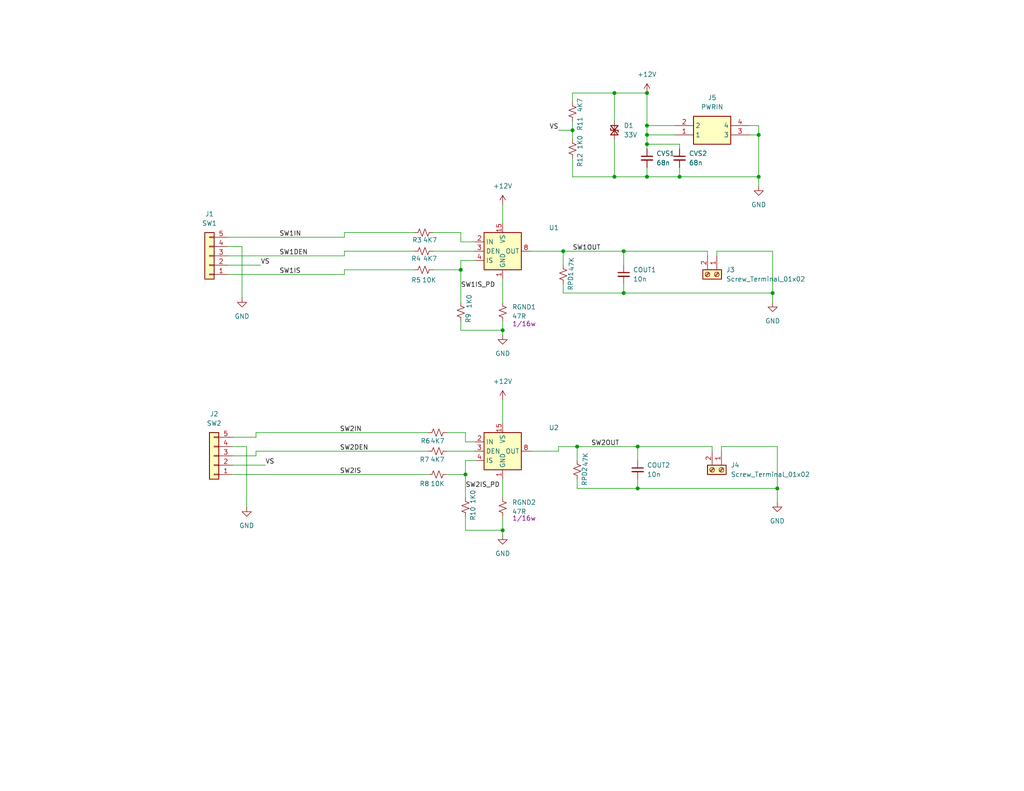
<source format=kicad_sch>
(kicad_sch (version 20250114) (generator "eeschema") (generator_version "9.0")
  (paper "USLetter")
  (title_block (title "Dual 10a Smart Switch") (date "2026-01-15") (company "Gordon McLellan"))
  (lib_symbols
    (symbol "Connector:Screw_Terminal_01x02" (pin_names (offset 1.016) (hide yes))
      (property "Reference" "J" (at 0 2.54 0))
      (property "Value" "Screw_Terminal_01x02" (at 0 -5.08 0))
      (symbol "Screw_Terminal_01x02_1_1"
        (rectangle (start -1.27 1.27) (end 1.27 -3.81) (stroke (width 0.254)) (fill (type background)))
        (polyline (pts (xy -0.5334 0.3302) (xy 0.3302 -0.508)) (stroke (width 0.1524)))
        (polyline (pts (xy -0.5334 -2.2098) (xy 0.3302 -3.048)) (stroke (width 0.1524)))
        (polyline (pts (xy -0.3556 0.508) (xy 0.508 -0.3302)) (stroke (width 0.1524)))
        (polyline (pts (xy -0.3556 -2.032) (xy 0.508 -2.8702)) (stroke (width 0.1524)))
        (circle (center 0 0) (radius 0.635) (stroke (width 0.1524)))
        (circle (center 0 -2.54) (radius 0.635) (stroke (width 0.1524)))
        (pin passive line (at -5.08 0 0) (length 3.81) (name "Pin_1") (number "1"))
        (pin passive line (at -5.08 -2.54 0) (length 3.81) (name "Pin_2") (number "2"))
      )
    )
    (symbol "Connector_Generic:Conn_01x05" (pin_names (offset 1.016) (hide yes))
      (property "Reference" "J" (at 0 7.62 0))
      (property "Value" "Conn_01x05" (at 0 -7.62 0))
      (symbol "Conn_01x05_1_1"
        (rectangle (start -1.27 6.35) (end 1.27 -6.35) (stroke (width 0.254)) (fill (type background)))
        (rectangle (start -1.27 5.207) (end 0 4.953) (stroke (width 0.1524)))
        (rectangle (start -1.27 2.667) (end 0 2.413) (stroke (width 0.1524)))
        (rectangle (start -1.27 0.127) (end 0 -0.127) (stroke (width 0.1524)))
        (rectangle (start -1.27 -2.413) (end 0 -2.667) (stroke (width 0.1524)))
        (rectangle (start -1.27 -4.953) (end 0 -5.207) (stroke (width 0.1524)))
        (pin passive line (at -5.08 5.08 0) (length 3.81) (name "Pin_1") (number "1"))
        (pin passive line (at -5.08 2.54 0) (length 3.81) (name "Pin_2") (number "2"))
        (pin passive line (at -5.08 0 0) (length 3.81) (name "Pin_3") (number "3"))
        (pin passive line (at -5.08 -2.54 0) (length 3.81) (name "Pin_4") (number "4"))
        (pin passive line (at -5.08 -5.08 0) (length 3.81) (name "Pin_5") (number "5"))
      )
    )
    (symbol "Device:C_Small" (pin_numbers (hide yes)) (pin_names (offset 0.254) (hide yes))
      (property "Reference" "C" (at 0.254 1.778 0))
      (property "Value" "C_Small" (at 0.254 -2.032 0))
      (symbol "C_Small_0_1"
        (polyline (pts (xy -1.524 0.508) (xy 1.524 0.508)) (stroke (width 0.3048)))
        (polyline (pts (xy -1.524 -0.508) (xy 1.524 -0.508)) (stroke (width 0.3302)))
      )
      (symbol "C_Small_1_1"
        (pin passive line (at 0 2.54 270) (length 2.032) (name "~") (number "1"))
        (pin passive line (at 0 -2.54 90) (length 2.032) (name "~") (number "2"))
      )
    )
    (symbol "Device:D_TVS_Small" (pin_numbers (hide yes)) (pin_names (offset 1.016) (hide yes))
      (property "Reference" "D" (at 0 2.54 0))
      (property "Value" "D_TVS_Small" (at 0 -2.54 0))
      (symbol "D_TVS_Small_0_1"
        (polyline (pts (xy -1.27 1.016) (xy -1.27 -1.016) (xy 1.27 1.016) (xy 1.27 -1.016) (xy -1.27 1.016)) (stroke (width 0.254)))
        (polyline (pts (xy -1.27 0) (xy 1.27 0)))
        (polyline (pts (xy 0.508 1.016) (xy 0 1.016) (xy 0 -1.016) (xy -0.508 -1.016)) (stroke (width 0.254)))
      )
      (symbol "D_TVS_Small_1_1"
        (pin passive line (at -2.54 0 0) (length 1.27) (name "A1") (number "1"))
        (pin passive line (at 2.54 0 180) (length 1.27) (name "A2") (number "2"))
      )
    )
    (symbol "Device:R_Small_US" (pin_numbers (hide yes)) (pin_names (offset 0.254) (hide yes))
      (property "Reference" "R" (at 0.762 0.508 0))
      (property "Value" "R_Small_US" (at 0.762 -1.016 0))
      (symbol "R_Small_US_1_1"
        (polyline (pts (xy 0 1.524) (xy 1.016 1.143) (xy 0 0.762) (xy -1.016 0.381) (xy 0 0)))
        (polyline (pts (xy 0 0) (xy 1.016 -0.381) (xy 0 -0.762) (xy -1.016 -1.143) (xy 0 -1.524)))
        (pin passive line (at 0 2.54 270) (length 1.016) (name "~") (number "1"))
        (pin passive line (at 0 -2.54 90) (length 1.016) (name "~") (number "2"))
      )
    )
    (symbol "Power_Management:BTS7004-1EPP"
      (property "Reference" "U" (at -3.81 6.35 0))
      (property "Value" "BTS7004-1EPP" (at 7.62 6.35 0))
      (symbol "BTS7004-1EPP_0_1"
        (rectangle (start -5.08 5.08) (end 5.08 -5.08) (stroke (width 0.254)) (fill (type background)))
      )
      (symbol "BTS7004-1EPP_1_1"
        (pin input line (at -7.62 2.54 0) (length 2.54) (name "IN") (number "2"))
        (pin input line (at -7.62 0 0) (length 2.54) (name "DEN") (number "3"))
        (pin output line (at -7.62 -2.54 0) (length 2.54) (name "IS") (number "4"))
        (pin power_in line (at 0 7.62 270) (length 2.54) (name "VS") (number "15"))
        (pin power_in line (at 0 -7.62 90) (length 2.54) (name "GND") (number "1"))
        (pin no_connect line (at 5.08 5.08 180) (length 2.54) (hide yes) (name "NC") (number "5"))
        (pin no_connect line (at 5.08 2.54 180) (length 2.54) (hide yes) (name "NC") (number "6"))
        (pin no_connect line (at 5.08 -2.54 180) (length 2.54) (hide yes) (name "NC") (number "7"))
        (pin no_connect line (at 5.08 -5.08 180) (length 2.54) (hide yes) (name "NC") (number "11"))
        (pin passive line (at 7.62 0 180) (length 2.54) (hide yes) (name "OUT") (number "10"))
        (pin passive line (at 7.62 0 180) (length 2.54) (hide yes) (name "OUT") (number "12"))
        (pin passive line (at 7.62 0 180) (length 2.54) (hide yes) (name "OUT") (number "13"))
        (pin passive line (at 7.62 0 180) (length 2.54) (hide yes) (name "OUT") (number "14"))
        (pin power_out line (at 7.62 0 180) (length 2.54) (name "OUT") (number "8"))
        (pin passive line (at 7.62 0 180) (length 2.54) (hide yes) (name "OUT") (number "9"))
      )
    )
    (symbol "SamacSys_Parts:VP0265840000G"
      (property "Reference" "J" (at 16.51 7.62 0))
      (property "Value" "VP0265840000G" (at 16.51 5.08 0))
      (symbol "VP0265840000G_1_1"
        (rectangle (start 5.08 2.54) (end 15.24 -5.08) (stroke (width 0.254)) (fill (type background)))
        (pin passive line (at 0 0 0) (length 5.08) (name "2") (number "2"))
        (pin passive line (at 0 -2.54 0) (length 5.08) (name "1") (number "1"))
        (pin passive line (at 20.32 0 180) (length 5.08) (name "4") (number "4"))
        (pin passive line (at 20.32 -2.54 180) (length 5.08) (name "3") (number "3"))
      )
    )
    (symbol "power:+12V" (power) (pin_numbers (hide yes)) (pin_names (offset 0) (hide yes))
      (property "Value" "+12V" (at 0 3.556 0))
      (symbol "+12V_0_1"
        (polyline (pts (xy -0.762 1.27) (xy 0 2.54)))
        (polyline (pts (xy 0 2.54) (xy 0.762 1.27)))
        (polyline (pts (xy 0 0) (xy 0 2.54)))
      )
      (symbol "+12V_1_1"
        (pin power_in line (at 0 0 90) (length 0) (name "~") (number "1"))
      )
    )
    (symbol "power:GND" (power) (pin_numbers (hide yes)) (pin_names (offset 0) (hide yes))
      (property "Value" "GND" (at 0 -3.81 0))
      (symbol "GND_0_1"
        (polyline (pts (xy 0 0) (xy 0 -1.27) (xy 1.27 -1.27) (xy 0 -2.54) (xy -1.27 -1.27) (xy 0 -1.27)))
      )
      (symbol "GND_1_1"
        (pin power_in line (at 0 0 270) (length 0) (name "~") (number "1"))
      )
    )
  )
  (junction (at 153.67 68.58))
  (junction (at 176.53 39.37))
  (junction (at 176.53 25.4))
  (junction (at 127 129.54))
  (junction (at 137.16 90.17))
  (junction (at 173.99 121.92))
  (junction (at 207.01 48.26))
  (junction (at 137.16 144.78))
  (junction (at 157.48 121.92))
  (junction (at 210.82 80.01))
  (junction (at 207.01 36.83))
  (junction (at 170.18 80.01))
  (junction (at 176.53 34.29))
  (junction (at 167.64 25.4))
  (junction (at 185.42 48.26))
  (junction (at 156.21 35.56))
  (junction (at 176.53 36.83))
  (junction (at 125.73 73.66))
  (junction (at 170.18 68.58))
  (junction (at 167.64 48.26))
  (junction (at 176.53 48.26))
  (junction (at 212.09 133.35))
  (junction (at 173.99 133.35))
  (wire (pts (xy 212.09 133.35) (xy 212.09 137.16)))
  (wire (pts (xy 127 140.97) (xy 127 144.78)))
  (wire (pts (xy 118.11 68.58) (xy 129.54 68.58)))
  (wire (pts (xy 62.23 67.31) (xy 66.04 67.31)))
  (wire (pts (xy 204.47 36.83) (xy 207.01 36.83)))
  (wire (pts (xy 157.48 121.92) (xy 152.4 121.92)))
  (wire (pts (xy 156.21 25.4) (xy 167.64 25.4)))
  (wire (pts (xy 69.85 119.38) (xy 63.5 119.38)))
  (wire (pts (xy 194.31 121.92) (xy 194.31 123.19)))
  (wire (pts (xy 125.73 71.12) (xy 129.54 71.12)))
  (wire (pts (xy 137.16 76.2) (xy 137.16 82.55)))
  (wire (pts (xy 152.4 121.92) (xy 152.4 123.19)))
  (wire (pts (xy 93.98 73.66) (xy 93.98 74.93)))
  (wire (pts (xy 176.53 48.26) (xy 167.64 48.26)))
  (wire (pts (xy 170.18 77.47) (xy 170.18 80.01)))
  (wire (pts (xy 167.64 48.26) (xy 156.21 48.26)))
  (wire (pts (xy 167.64 25.4) (xy 176.53 25.4)))
  (wire (pts (xy 118.11 73.66) (xy 125.73 73.66)))
  (wire (pts (xy 185.42 40.64) (xy 185.42 39.37)))
  (wire (pts (xy 127 125.73) (xy 127 129.54)))
  (wire (pts (xy 185.42 48.26) (xy 207.01 48.26)))
  (wire (pts (xy 125.73 73.66) (xy 125.73 71.12)))
  (wire (pts (xy 127 118.11) (xy 127 120.65)))
  (wire (pts (xy 137.16 55.88) (xy 137.16 60.96)))
  (wire (pts (xy 176.53 25.4) (xy 176.53 34.29)))
  (wire (pts (xy 62.23 64.77) (xy 93.98 64.77)))
  (wire (pts (xy 156.21 27.94) (xy 156.21 25.4)))
  (wire (pts (xy 173.99 121.92) (xy 194.31 121.92)))
  (wire (pts (xy 176.53 34.29) (xy 184.15 34.29)))
  (wire (pts (xy 157.48 133.35) (xy 157.48 130.81)))
  (wire (pts (xy 195.58 69.85) (xy 195.58 68.58)))
  (wire (pts (xy 113.03 73.66) (xy 93.98 73.66)))
  (wire (pts (xy 212.09 121.92) (xy 196.85 121.92)))
  (wire (pts (xy 63.5 127) (xy 72.39 127)))
  (wire (pts (xy 167.64 25.4) (xy 167.64 33.02)))
  (wire (pts (xy 173.99 133.35) (xy 212.09 133.35)))
  (wire (pts (xy 69.85 118.11) (xy 69.85 119.38)))
  (wire (pts (xy 176.53 34.29) (xy 176.53 36.83)))
  (wire (pts (xy 116.84 118.11) (xy 69.85 118.11)))
  (wire (pts (xy 125.73 87.63) (xy 125.73 90.17)))
  (wire (pts (xy 153.67 80.01) (xy 170.18 80.01)))
  (wire (pts (xy 156.21 35.56) (xy 156.21 38.1)))
  (wire (pts (xy 137.16 90.17) (xy 137.16 91.44)))
  (wire (pts (xy 176.53 45.72) (xy 176.53 48.26)))
  (wire (pts (xy 193.04 68.58) (xy 193.04 69.85)))
  (wire (pts (xy 176.53 36.83) (xy 184.15 36.83)))
  (wire (pts (xy 93.98 68.58) (xy 113.03 68.58)))
  (wire (pts (xy 93.98 74.93) (xy 62.23 74.93)))
  (wire (pts (xy 152.4 123.19) (xy 144.78 123.19)))
  (wire (pts (xy 62.23 69.85) (xy 93.98 69.85)))
  (wire (pts (xy 173.99 121.92) (xy 157.48 121.92)))
  (wire (pts (xy 137.16 87.63) (xy 137.16 90.17)))
  (wire (pts (xy 170.18 68.58) (xy 193.04 68.58)))
  (wire (pts (xy 137.16 140.97) (xy 137.16 144.78)))
  (wire (pts (xy 127 144.78) (xy 137.16 144.78)))
  (wire (pts (xy 173.99 130.81) (xy 173.99 133.35)))
  (wire (pts (xy 185.42 39.37) (xy 176.53 39.37)))
  (wire (pts (xy 137.16 130.81) (xy 137.16 135.89)))
  (wire (pts (xy 157.48 121.92) (xy 157.48 125.73)))
  (wire (pts (xy 176.53 36.83) (xy 176.53 39.37)))
  (wire (pts (xy 196.85 121.92) (xy 196.85 123.19)))
  (wire (pts (xy 69.85 123.19) (xy 69.85 124.46)))
  (wire (pts (xy 207.01 48.26) (xy 207.01 50.8)))
  (wire (pts (xy 210.82 68.58) (xy 210.82 80.01)))
  (wire (pts (xy 153.67 68.58) (xy 153.67 72.39)))
  (wire (pts (xy 195.58 68.58) (xy 210.82 68.58)))
  (wire (pts (xy 185.42 45.72) (xy 185.42 48.26)))
  (wire (pts (xy 176.53 39.37) (xy 176.53 40.64)))
  (wire (pts (xy 210.82 80.01) (xy 210.82 82.55)))
  (wire (pts (xy 63.5 121.92) (xy 67.31 121.92)))
  (wire (pts (xy 67.31 121.92) (xy 67.31 138.43)))
  (wire (pts (xy 137.16 109.22) (xy 137.16 115.57)))
  (wire (pts (xy 118.11 63.5) (xy 125.73 63.5)))
  (wire (pts (xy 170.18 80.01) (xy 210.82 80.01)))
  (wire (pts (xy 116.84 123.19) (xy 69.85 123.19)))
  (wire (pts (xy 207.01 34.29) (xy 204.47 34.29)))
  (wire (pts (xy 156.21 48.26) (xy 156.21 43.18)))
  (wire (pts (xy 125.73 66.04) (xy 129.54 66.04)))
  (wire (pts (xy 62.23 72.39) (xy 71.12 72.39)))
  (wire (pts (xy 93.98 64.77) (xy 93.98 63.5)))
  (wire (pts (xy 121.92 123.19) (xy 129.54 123.19)))
  (wire (pts (xy 127 120.65) (xy 129.54 120.65)))
  (wire (pts (xy 66.04 67.31) (xy 66.04 81.28)))
  (wire (pts (xy 173.99 133.35) (xy 157.48 133.35)))
  (wire (pts (xy 69.85 124.46) (xy 63.5 124.46)))
  (wire (pts (xy 156.21 33.02) (xy 156.21 35.56)))
  (wire (pts (xy 153.67 77.47) (xy 153.67 80.01)))
  (wire (pts (xy 207.01 36.83) (xy 207.01 34.29)))
  (wire (pts (xy 144.78 68.58) (xy 153.67 68.58)))
  (wire (pts (xy 93.98 69.85) (xy 93.98 68.58)))
  (wire (pts (xy 207.01 36.83) (xy 207.01 48.26)))
  (wire (pts (xy 167.64 38.1) (xy 167.64 48.26)))
  (wire (pts (xy 127 125.73) (xy 129.54 125.73)))
  (wire (pts (xy 63.5 129.54) (xy 116.84 129.54)))
  (wire (pts (xy 152.4 35.56) (xy 156.21 35.56)))
  (wire (pts (xy 93.98 63.5) (xy 113.03 63.5)))
  (wire (pts (xy 212.09 121.92) (xy 212.09 133.35)))
  (wire (pts (xy 127 129.54) (xy 127 135.89)))
  (wire (pts (xy 153.67 68.58) (xy 170.18 68.58)))
  (wire (pts (xy 137.16 144.78) (xy 137.16 146.05)))
  (wire (pts (xy 121.92 129.54) (xy 127 129.54)))
  (wire (pts (xy 125.73 63.5) (xy 125.73 66.04)))
  (wire (pts (xy 176.53 48.26) (xy 185.42 48.26)))
  (wire (pts (xy 121.92 118.11) (xy 127 118.11)))
  (wire (pts (xy 173.99 121.92) (xy 173.99 125.73)))
  (wire (pts (xy 170.18 68.58) (xy 170.18 72.39)))
  (wire (pts (xy 125.73 73.66) (xy 125.73 82.55)))
  (wire (pts (xy 125.73 90.17) (xy 137.16 90.17)))
  (label "SW2IS" (at 92.71 129.54 0))
  (label "SW1OUT" (at 156.21 68.58 0))
  (label "VS" (at 71.12 72.39 0))
  (label "SW2IS_PD" (at 127 133.35 0))
  (label "SW1IS_PD" (at 125.73 78.74 0))
  (label "SW1DEN" (at 76.2 69.85 0))
  (label "SW2OUT" (at 161.29 121.92 0))
  (label "SW2IN" (at 92.71 118.11 0))
  (label "VS" (at 152.4 35.56 180))
  (label "SW1IN" (at 76.2 64.77 0))
  (label "SW2DEN" (at 92.71 123.19 0))
  (label "SW1IS" (at 76.2 74.93 0))
  (label "VS" (at 72.39 127 0))
  (symbol (lib_id "Device:R_Small_US") (at 119.38 123.19 90) (unit 1)
    (property "Reference" "R7" (at 115.824 125.476 90))
    (property "Value" "4K7" (at 119.38 125.476 90))
    (property "Footprint" "Resistor_SMD:R_0603_1608Metric_Pad0.98x0.95mm_HandSolder" (effects (hide yes)))
    (property "Description" "Resistor, small US symbol" (effects (hide yes)))
  )
  (symbol (lib_id "Device:R_Small_US") (at 119.38 118.11 90) (unit 1)
    (property "Reference" "R6" (at 116.078 120.396 90))
    (property "Value" "4K7" (at 119.38 120.396 90))
    (property "Footprint" "Resistor_SMD:R_0603_1608Metric_Pad0.98x0.95mm_HandSolder" (effects (hide yes)))
    (property "Description" "Resistor, small US symbol" (effects (hide yes)))
  )
  (symbol (lib_id "Connector_Generic:Conn_01x05") (at 57.15 69.85 180) (unit 1)
    (property "Reference" "J1" (at 57.15 58.42 0))
    (property "Value" "SW1" (at 57.15 60.96 0))
    (property "Footprint" "Connector_PinHeader_2.54mm:PinHeader_1x05_P2.54mm_Horizontal" (effects (hide yes)))
    (property "Description" "Generic connector, single row, 01x05, script generated (kicad-library-utils/schlib/autogen/connector/)" (effects (hide yes)))
  )
  (symbol (lib_id "Power_Management:BTS7004-1EPP") (at 137.16 123.19 0) (unit 1)
    (property "Reference" "U2" (at 151.13 116.7698 0))
    (property "Value" "BTS7002-1EPP" (effects (hide yes)))
    (property "Footprint" "Package_SO:Infineon_PG-TSDSO-14-22" (effects (hide yes)))
    (property "Datasheet" "https://mm.digikey.com/Volume0/opasdata/d220001/medias/docus/743/BTS7002-1EPP_v1.03_4-29-19.pdf" (effects (hide yes)))
    (property "Description" "Smart High-Side Power Switch, PROFET, One Channel, 12V, 21A" (effects (hide yes)))
  )
  (symbol (lib_id "power:+12V") (at 176.53 25.4 0) (unit 1)
    (property "Reference" "#PWR010" (effects (hide yes)))
    (property "Value" "+12V" (at 176.53 20.32 0))
    (property "Description" "Power symbol creates a global label with name \"+12V\"" (effects (hide yes)))
  )
  (symbol (lib_id "Device:R_Small_US") (at 125.73 85.09 180) (unit 1)
    (property "Reference" "R9" (at 127.762 86.868 90))
    (property "Value" "1K0" (at 128.016 82.296 90))
    (property "Footprint" "Resistor_SMD:R_0603_1608Metric_Pad0.98x0.95mm_HandSolder" (effects (hide yes)))
    (property "Description" "Resistor, small US symbol" (effects (hide yes)))
  )
  (symbol (lib_id "Device:C_Small") (at 173.99 128.27 0) (unit 1)
    (property "Reference" "COUT2" (at 176.53 127.0062 0) (effects (justify left)))
    (property "Value" "10n" (at 176.53 129.5462 0) (effects (justify left)))
    (property "Footprint" "Capacitor_SMD:C_0603_1608Metric_Pad1.08x0.95mm_HandSolder" (effects (hide yes)))
    (property "Description" "Unpolarized capacitor, small symbol" (effects (hide yes)))
  )
  (symbol (lib_id "Connector:Screw_Terminal_01x02") (at 195.58 74.93 270) (unit 1)
    (property "Reference" "J3" (at 198.12 73.6599 90) (effects (justify left)))
    (property "Value" "Screw_Terminal_01x02" (at 198.12 76.1999 90) (effects (justify left)))
    (property "Footprint" "TerminalBlock_Phoenix:TerminalBlock_Phoenix_MKDS-1,5-2-5.08_1x02_P5.08mm_Horizontal" (effects (hide yes)))
    (property "Description" "Generic screw terminal, single row, 01x02, script generated (kicad-library-utils/schlib/autogen/connector/)" (effects (hide yes)))
  )
  (symbol (lib_id "Device:C_Small") (at 170.18 74.93 0) (unit 1)
    (property "Reference" "COUT1" (at 172.72 73.6662 0) (effects (justify left)))
    (property "Value" "10n" (at 172.72 76.2062 0) (effects (justify left)))
    (property "Footprint" "Capacitor_SMD:C_0603_1608Metric_Pad1.08x0.95mm_HandSolder" (effects (hide yes)))
    (property "Description" "Unpolarized capacitor, small symbol" (effects (hide yes)))
  )
  (symbol (lib_id "Power_Management:BTS7004-1EPP") (at 137.16 68.58 0) (unit 1)
    (property "Reference" "U1" (at 151.13 62.1598 0))
    (property "Value" "BTS7002-1EPP" (effects (hide yes)))
    (property "Footprint" "SamacSys_Parts:SOP65P600X115-15N" (effects (hide yes)))
    (property "Datasheet" "https://mm.digikey.com/Volume0/opasdata/d220001/medias/docus/743/BTS7002-1EPP_v1.03_4-29-19.pdf" (effects (hide yes)))
    (property "Description" "Smart High-Side Power Switch, PROFET, One Channel, 12V, 21A" (effects (hide yes)))
  )
  (symbol (lib_id "SamacSys_Parts:VP0265840000G") (at 184.15 34.29 0) (unit 1)
    (property "Reference" "J5" (at 194.31 26.67 0))
    (property "Value" "PWRIN" (at 194.31 29.21 0))
    (property "Footprint" "VP0265840000G" (effects (hide yes)))
    (property "Description" "PCB TERMINAL BLOCKS RISING CLAMP" (effects (hide yes)))
    (property "Height" "28.65" (effects (hide yes)))
    (property "Mouser Part Number" "649-VP02658400J0G" (effects (hide yes)))
    (property "Mouser Price/Stock" "https://www.mouser.co.uk/ProductDetail/Amphenol-Anytek/VP0265840000G?qs=Mv7BduZupUiuXKFvj82fng%3D%3D" (effects (hide yes)))
    (property "Manufacturer_Name" "Amphenol" (effects (hide yes)))
    (property "Manufacturer_Part_Number" "VP0265840000G" (effects (hide yes)))
  )
  (symbol (lib_id "Device:R_Small_US") (at 119.38 129.54 90) (unit 1)
    (property "Reference" "R8" (at 115.824 132.08 90))
    (property "Value" "10K" (at 119.38 132.08 90))
    (property "Footprint" "Resistor_SMD:R_0603_1608Metric_Pad0.98x0.95mm_HandSolder" (effects (hide yes)))
    (property "Description" "Resistor, small US symbol" (effects (hide yes)))
  )
  (symbol (lib_id "Device:R_Small_US") (at 137.16 138.43 0) (unit 1)
    (property "Reference" "RGND2" (at 139.7 137.1599 0) (effects (justify left)))
    (property "Value" "47R" (at 139.7 139.6999 0) (effects (justify left)))
    (property "Footprint" "Resistor_SMD:R_0603_1608Metric_Pad0.98x0.95mm_HandSolder" (effects (hide yes)))
    (property "Description" "Resistor, small US symbol" (effects (hide yes)))
    (property "Wattage" "1/16w" (at 143.002 141.478 0))
  )
  (symbol (lib_id "Device:R_Small_US") (at 115.57 73.66 90) (unit 1)
    (property "Reference" "R5" (at 113.538 76.454 90))
    (property "Value" "10K" (at 117.094 76.454 90))
    (property "Footprint" "Resistor_SMD:R_0603_1608Metric_Pad0.98x0.95mm_HandSolder" (effects (hide yes)))
    (property "Description" "Resistor, small US symbol" (effects (hide yes)))
  )
  (symbol (lib_id "Connector_Generic:Conn_01x05") (at 58.42 124.46 180) (unit 1)
    (property "Reference" "J2" (at 58.42 113.03 0))
    (property "Value" "SW2" (at 58.42 115.57 0))
    (property "Footprint" "Connector_PinHeader_2.54mm:PinHeader_1x05_P2.54mm_Horizontal" (effects (hide yes)))
    (property "Description" "Generic connector, single row, 01x05, script generated (kicad-library-utils/schlib/autogen/connector/)" (effects (hide yes)))
  )
  (symbol (lib_id "power:GND") (at 67.31 138.43 0) (unit 1)
    (property "Reference" "#PWR07" (effects (hide yes)))
    (property "Value" "GND" (at 67.31 143.51 0))
    (property "Description" "Power symbol creates a global label with name \"GND\" , ground" (effects (hide yes)))
  )
  (symbol (lib_id "Device:R_Small_US") (at 137.16 85.09 0) (unit 1)
    (property "Reference" "RGND1" (at 139.7 83.8199 0) (effects (justify left)))
    (property "Value" "47R" (at 139.7 86.3599 0) (effects (justify left)))
    (property "Footprint" "Resistor_SMD:R_0603_1608Metric_Pad0.98x0.95mm_HandSolder" (effects (hide yes)))
    (property "Description" "Resistor, small US symbol" (effects (hide yes)))
    (property "Wattage" "1/16w" (at 143.002 88.392 0))
  )
  (symbol (lib_id "Device:R_Small_US") (at 156.21 40.64 180) (unit 1)
    (property "Reference" "R12" (at 158.242 43.688 90))
    (property "Value" "1K0" (at 158.242 38.862 90))
    (property "Footprint" "Resistor_THT:R_Axial_DIN0207_L6.3mm_D2.5mm_P7.62mm_Horizontal" (effects (hide yes)))
    (property "Description" "Resistor, small US symbol" (effects (hide yes)))
  )
  (symbol (lib_id "power:+12V") (at 137.16 109.22 0) (unit 1)
    (property "Reference" "#PWR04" (effects (hide yes)))
    (property "Value" "+12V" (at 137.16 104.14 0))
    (property "Description" "Power symbol creates a global label with name \"+12V\"" (effects (hide yes)))
  )
  (symbol (lib_id "Device:R_Small_US") (at 115.57 63.5 90) (unit 1)
    (property "Reference" "R3" (at 113.792 65.532 90))
    (property "Value" "4K7" (at 117.348 65.532 90))
    (property "Footprint" "Resistor_SMD:R_0603_1608Metric_Pad0.98x0.95mm_HandSolder" (effects (hide yes)))
    (property "Description" "Resistor, small US symbol" (effects (hide yes)))
  )
  (symbol (lib_id "Device:C_Small") (at 176.53 43.18 0) (unit 1)
    (property "Reference" "CVS1" (at 179.07 41.9162 0) (effects (justify left)))
    (property "Value" "68n" (at 179.07 44.4562 0) (effects (justify left)))
    (property "Footprint" "Capacitor_SMD:C_0603_1608Metric_Pad1.08x0.95mm_HandSolder" (effects (hide yes)))
    (property "Description" "Unpolarized capacitor, small symbol" (effects (hide yes)))
  )
  (symbol (lib_id "Device:R_Small_US") (at 156.21 30.48 180) (unit 1)
    (property "Reference" "R11" (at 158.242 33.782 90))
    (property "Value" "4K7" (at 158.242 28.702 90))
    (property "Footprint" "Resistor_THT:R_Axial_DIN0207_L6.3mm_D2.5mm_P7.62mm_Horizontal" (effects (hide yes)))
    (property "Description" "Resistor, small US symbol" (effects (hide yes)))
  )
  (symbol (lib_id "Connector:Screw_Terminal_01x02") (at 196.85 128.27 270) (unit 1)
    (property "Reference" "J4" (at 199.39 126.9999 90) (effects (justify left)))
    (property "Value" "Screw_Terminal_01x02" (at 199.39 129.5399 90) (effects (justify left)))
    (property "Footprint" "TerminalBlock_Phoenix:TerminalBlock_Phoenix_MKDS-1,5-2-5.08_1x02_P5.08mm_Horizontal" (effects (hide yes)))
    (property "Description" "Generic screw terminal, single row, 01x02, script generated (kicad-library-utils/schlib/autogen/connector/)" (effects (hide yes)))
  )
  (symbol (lib_id "power:GND") (at 210.82 82.55 0) (unit 1)
    (property "Reference" "#PWR06" (effects (hide yes)))
    (property "Value" "GND" (at 210.82 87.63 0))
    (property "Description" "Power symbol creates a global label with name \"GND\" , ground" (effects (hide yes)))
  )
  (symbol (lib_id "Device:D_TVS_Small") (at 167.64 35.56 90) (unit 1)
    (property "Reference" "D1" (at 170.18 34.2899 90) (effects (justify right)))
    (property "Value" "33V" (at 170.18 36.8299 90) (effects (justify right)))
    (property "Footprint" "Diode_SMD:D_0603_1608Metric_Pad1.05x0.95mm_HandSolder" (effects (hide yes)))
    (property "Description" "Bidirectional transient-voltage-suppression diode, small symbol" (effects (hide yes)))
  )
  (symbol (lib_id "power:GND") (at 137.16 146.05 0) (unit 1)
    (property "Reference" "#PWR01" (effects (hide yes)))
    (property "Value" "GND" (at 137.16 151.13 0))
    (property "Description" "Power symbol creates a global label with name \"GND\" , ground" (effects (hide yes)))
  )
  (symbol (lib_id "Device:R_Small_US") (at 127 138.43 180) (unit 1)
    (property "Reference" "R10" (at 129.032 140.208 90))
    (property "Value" "1K0" (at 129.032 135.636 90))
    (property "Footprint" "Resistor_SMD:R_0603_1608Metric_Pad0.98x0.95mm_HandSolder" (effects (hide yes)))
    (property "Description" "Resistor, small US symbol" (effects (hide yes)))
  )
  (symbol (lib_id "power:GND") (at 137.16 91.44 0) (unit 1)
    (property "Reference" "#PWR02" (effects (hide yes)))
    (property "Value" "GND" (at 137.16 96.52 0))
    (property "Description" "Power symbol creates a global label with name \"GND\" , ground" (effects (hide yes)))
  )
  (symbol (lib_id "power:+12V") (at 137.16 55.88 0) (unit 1)
    (property "Reference" "#PWR03" (effects (hide yes)))
    (property "Value" "+12V" (at 137.16 50.8 0))
    (property "Description" "Power symbol creates a global label with name \"+12V\"" (effects (hide yes)))
  )
  (symbol (lib_id "power:GND") (at 66.04 81.28 0) (unit 1)
    (property "Reference" "#PWR08" (effects (hide yes)))
    (property "Value" "GND" (at 66.04 86.36 0))
    (property "Description" "Power symbol creates a global label with name \"GND\" , ground" (effects (hide yes)))
  )
  (symbol (lib_id "Device:C_Small") (at 185.42 43.18 0) (unit 1)
    (property "Reference" "CVS2" (at 187.96 41.9162 0) (effects (justify left)))
    (property "Value" "68n" (at 187.96 44.4562 0) (effects (justify left)))
    (property "Footprint" "Capacitor_SMD:C_0603_1608Metric_Pad1.08x0.95mm_HandSolder" (effects (hide yes)))
    (property "Description" "Unpolarized capacitor, small symbol" (effects (hide yes)))
  )
  (symbol (lib_id "Device:R_Small_US") (at 157.48 128.27 180) (unit 1)
    (property "Reference" "RPD2" (at 159.512 130.048 90))
    (property "Value" "47K" (at 159.766 125.476 90))
    (property "Footprint" "Resistor_SMD:R_0603_1608Metric_Pad0.98x0.95mm_HandSolder" (effects (hide yes)))
    (property "Description" "Resistor, small US symbol" (effects (hide yes)))
  )
  (symbol (lib_id "Device:R_Small_US") (at 153.67 74.93 180) (unit 1)
    (property "Reference" "RPD1" (at 155.702 76.708 90))
    (property "Value" "47K" (at 155.956 72.136 90))
    (property "Footprint" "Resistor_SMD:R_0603_1608Metric_Pad0.98x0.95mm_HandSolder" (effects (hide yes)))
    (property "Description" "Resistor, small US symbol" (effects (hide yes)))
  )
  (symbol (lib_id "Device:R_Small_US") (at 115.57 68.58 90) (unit 1)
    (property "Reference" "R4" (at 113.538 70.612 90))
    (property "Value" "4K7" (at 117.348 70.612 90))
    (property "Footprint" "Resistor_SMD:R_0603_1608Metric_Pad0.98x0.95mm_HandSolder" (effects (hide yes)))
    (property "Description" "Resistor, small US symbol" (effects (hide yes)))
  )
  (symbol (lib_id "power:GND") (at 212.09 137.16 0) (unit 1)
    (property "Reference" "#PWR05" (effects (hide yes)))
    (property "Value" "GND" (at 212.09 142.24 0))
    (property "Description" "Power symbol creates a global label with name \"GND\" , ground" (effects (hide yes)))
  )
  (symbol (lib_id "power:GND") (at 207.01 50.8 0) (unit 1)
    (property "Reference" "#PWR09" (effects (hide yes)))
    (property "Value" "GND" (at 207.01 55.88 0))
    (property "Description" "Power symbol creates a global label with name \"GND\" , ground" (effects (hide yes)))
  )
)
</source>
